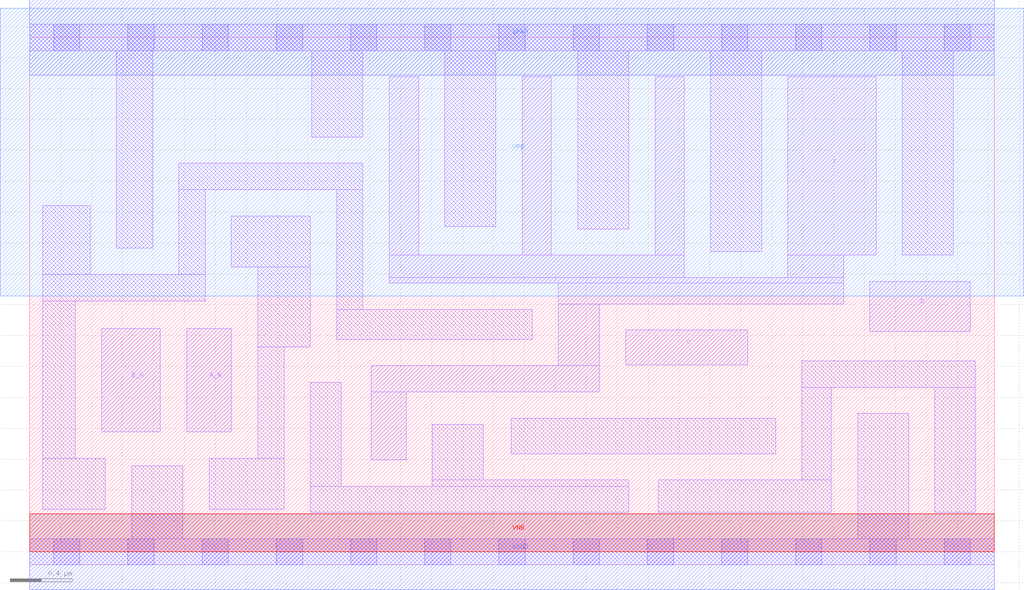
<source format=lef>
# Copyright 2020 The SkyWater PDK Authors
#
# Licensed under the Apache License, Version 2.0 (the "License");
# you may not use this file except in compliance with the License.
# You may obtain a copy of the License at
#
#     https://www.apache.org/licenses/LICENSE-2.0
#
# Unless required by applicable law or agreed to in writing, software
# distributed under the License is distributed on an "AS IS" BASIS,
# WITHOUT WARRANTIES OR CONDITIONS OF ANY KIND, either express or implied.
# See the License for the specific language governing permissions and
# limitations under the License.
#
# SPDX-License-Identifier: Apache-2.0

VERSION 5.7 ;
  NOWIREEXTENSIONATPIN ON ;
  DIVIDERCHAR "/" ;
  BUSBITCHARS "[]" ;
MACRO sky130_fd_sc_lp__nand4bb_2
  CLASS CORE ;
  FOREIGN sky130_fd_sc_lp__nand4bb_2 ;
  ORIGIN  0.000000  0.000000 ;
  SIZE  6.240000 BY  3.330000 ;
  SYMMETRY X Y R90 ;
  SITE unit ;
  PIN A_N
    ANTENNAGATEAREA  0.126000 ;
    DIRECTION INPUT ;
    USE SIGNAL ;
    PORT
      LAYER li1 ;
        RECT 1.015000 0.775000 1.305000 1.445000 ;
    END
  END A_N
  PIN B_N
    ANTENNAGATEAREA  0.126000 ;
    DIRECTION INPUT ;
    USE SIGNAL ;
    PORT
      LAYER li1 ;
        RECT 0.465000 0.775000 0.845000 1.445000 ;
    END
  END B_N
  PIN C
    ANTENNAGATEAREA  0.630000 ;
    DIRECTION INPUT ;
    USE SIGNAL ;
    PORT
      LAYER li1 ;
        RECT 3.855000 1.210000 4.645000 1.435000 ;
    END
  END C
  PIN D
    ANTENNAGATEAREA  0.630000 ;
    DIRECTION INPUT ;
    USE SIGNAL ;
    PORT
      LAYER li1 ;
        RECT 5.435000 1.425000 6.085000 1.750000 ;
    END
  END D
  PIN Y
    ANTENNADIFFAREA  2.125200 ;
    DIRECTION OUTPUT ;
    USE SIGNAL ;
    PORT
      LAYER li1 ;
        RECT 2.210000 0.595000 2.435000 1.035000 ;
        RECT 2.210000 1.035000 3.685000 1.205000 ;
        RECT 2.325000 1.740000 5.265000 1.775000 ;
        RECT 2.325000 1.775000 4.235000 1.920000 ;
        RECT 2.325000 1.920000 2.515000 3.075000 ;
        RECT 3.185000 1.920000 3.375000 3.075000 ;
        RECT 3.420000 1.205000 3.685000 1.605000 ;
        RECT 3.420000 1.605000 5.265000 1.740000 ;
        RECT 4.045000 1.920000 4.235000 3.075000 ;
        RECT 4.905000 1.775000 5.265000 1.920000 ;
        RECT 4.905000 1.920000 5.475000 3.075000 ;
    END
  END Y
  PIN VGND
    DIRECTION INOUT ;
    USE GROUND ;
    PORT
      LAYER met1 ;
        RECT 0.000000 -0.245000 6.240000 0.245000 ;
    END
  END VGND
  PIN VNB
    DIRECTION INOUT ;
    USE GROUND ;
    PORT
      LAYER pwell ;
        RECT 0.000000 0.000000 6.240000 0.245000 ;
    END
  END VNB
  PIN VPB
    DIRECTION INOUT ;
    USE POWER ;
    PORT
      LAYER nwell ;
        RECT -0.190000 1.655000 6.430000 3.520000 ;
    END
  END VPB
  PIN VPWR
    DIRECTION INOUT ;
    USE POWER ;
    PORT
      LAYER met1 ;
        RECT 0.000000 3.085000 6.240000 3.575000 ;
    END
  END VPWR
  OBS
    LAYER li1 ;
      RECT 0.000000 -0.085000 6.240000 0.085000 ;
      RECT 0.000000  3.245000 6.240000 3.415000 ;
      RECT 0.085000  0.275000 0.490000 0.605000 ;
      RECT 0.085000  0.605000 0.295000 1.625000 ;
      RECT 0.085000  1.625000 1.135000 1.795000 ;
      RECT 0.085000  1.795000 0.390000 2.240000 ;
      RECT 0.560000  1.965000 0.795000 3.245000 ;
      RECT 0.660000  0.085000 0.990000 0.555000 ;
      RECT 0.965000  1.795000 1.135000 2.345000 ;
      RECT 0.965000  2.345000 2.155000 2.515000 ;
      RECT 1.160000  0.275000 1.645000 0.605000 ;
      RECT 1.305000  1.845000 1.815000 2.175000 ;
      RECT 1.475000  0.605000 1.645000 1.325000 ;
      RECT 1.475000  1.325000 1.815000 1.845000 ;
      RECT 1.815000  0.255000 3.875000 0.425000 ;
      RECT 1.815000  0.425000 2.015000 1.095000 ;
      RECT 1.825000  2.685000 2.155000 3.245000 ;
      RECT 1.985000  1.375000 3.250000 1.570000 ;
      RECT 1.985000  1.570000 2.155000 2.345000 ;
      RECT 2.605000  0.425000 3.875000 0.465000 ;
      RECT 2.605000  0.465000 2.935000 0.825000 ;
      RECT 2.685000  2.105000 3.015000 3.245000 ;
      RECT 3.115000  0.635000 4.825000 0.865000 ;
      RECT 3.545000  2.090000 3.875000 3.245000 ;
      RECT 4.065000  0.255000 5.185000 0.465000 ;
      RECT 4.405000  1.945000 4.735000 3.245000 ;
      RECT 4.995000  0.465000 5.185000 1.065000 ;
      RECT 4.995000  1.065000 6.115000 1.235000 ;
      RECT 5.355000  0.085000 5.685000 0.895000 ;
      RECT 5.645000  1.920000 5.975000 3.245000 ;
      RECT 5.855000  0.255000 6.115000 1.065000 ;
    LAYER mcon ;
      RECT 0.155000 -0.085000 0.325000 0.085000 ;
      RECT 0.155000  3.245000 0.325000 3.415000 ;
      RECT 0.635000 -0.085000 0.805000 0.085000 ;
      RECT 0.635000  3.245000 0.805000 3.415000 ;
      RECT 1.115000 -0.085000 1.285000 0.085000 ;
      RECT 1.115000  3.245000 1.285000 3.415000 ;
      RECT 1.595000 -0.085000 1.765000 0.085000 ;
      RECT 1.595000  3.245000 1.765000 3.415000 ;
      RECT 2.075000 -0.085000 2.245000 0.085000 ;
      RECT 2.075000  3.245000 2.245000 3.415000 ;
      RECT 2.555000 -0.085000 2.725000 0.085000 ;
      RECT 2.555000  3.245000 2.725000 3.415000 ;
      RECT 3.035000 -0.085000 3.205000 0.085000 ;
      RECT 3.035000  3.245000 3.205000 3.415000 ;
      RECT 3.515000 -0.085000 3.685000 0.085000 ;
      RECT 3.515000  3.245000 3.685000 3.415000 ;
      RECT 3.995000 -0.085000 4.165000 0.085000 ;
      RECT 3.995000  3.245000 4.165000 3.415000 ;
      RECT 4.475000 -0.085000 4.645000 0.085000 ;
      RECT 4.475000  3.245000 4.645000 3.415000 ;
      RECT 4.955000 -0.085000 5.125000 0.085000 ;
      RECT 4.955000  3.245000 5.125000 3.415000 ;
      RECT 5.435000 -0.085000 5.605000 0.085000 ;
      RECT 5.435000  3.245000 5.605000 3.415000 ;
      RECT 5.915000 -0.085000 6.085000 0.085000 ;
      RECT 5.915000  3.245000 6.085000 3.415000 ;
  END
END sky130_fd_sc_lp__nand4bb_2
END LIBRARY

</source>
